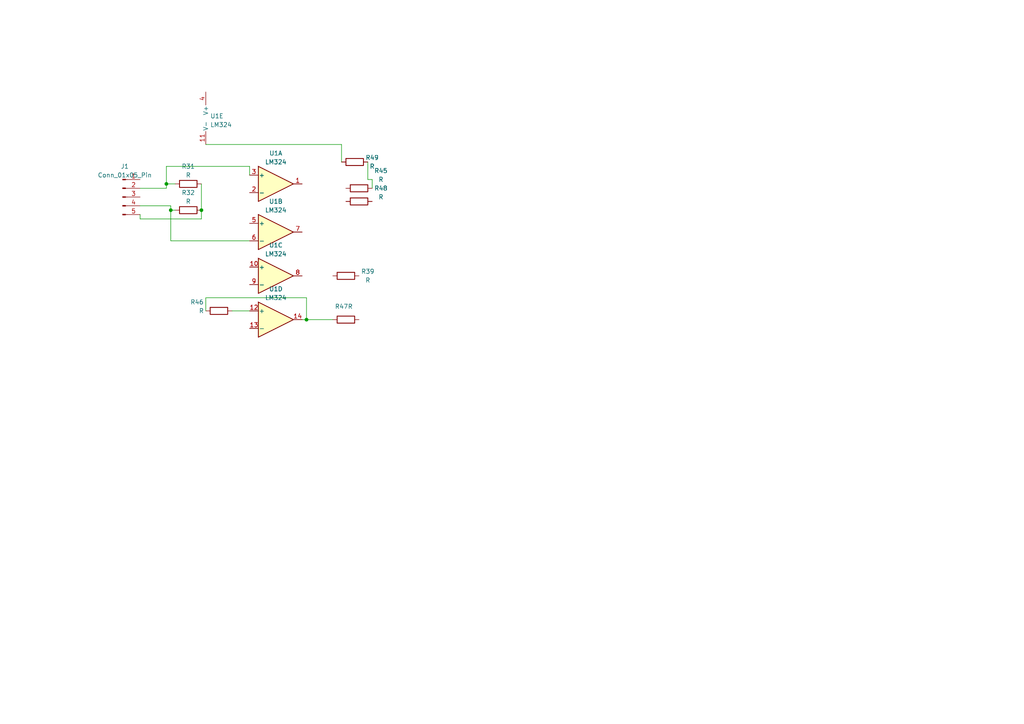
<source format=kicad_sch>
(kicad_sch (version 20230121) (generator eeschema)
  (paper "A4")
  (lib_symbols
    (symbol "Amplifier_Operational:LM324" (pin_names (offset 0.127))
      (property "Reference" "U" (at 0 5.08 0))
      (property "Value" "LM324" (at 0 -5.08 0))
      (symbol "LM324_1_1"
        (polyline (pts (xy -5.08 5.08) (xy 5.08 0) (xy -5.08 -5.08) (xy -5.08 5.08)) (stroke (width 0.254)) (fill (type background)))
        (pin output line (at 7.62 0 180) (length 2.54) (name "~") (number "1"))
        (pin input line (at -7.62 -2.54 0) (length 2.54) (name "-") (number "2"))
        (pin input line (at -7.62 2.54 0) (length 2.54) (name "+") (number "3"))
      )
      (symbol "LM324_2_1"
        (polyline (pts (xy -5.08 5.08) (xy 5.08 0) (xy -5.08 -5.08) (xy -5.08 5.08)) (stroke (width 0.254)) (fill (type background)))
        (pin input line (at -7.62 2.54 0) (length 2.54) (name "+") (number "5"))
        (pin input line (at -7.62 -2.54 0) (length 2.54) (name "-") (number "6"))
        (pin output line (at 7.62 0 180) (length 2.54) (name "~") (number "7"))
      )
      (symbol "LM324_3_1"
        (polyline (pts (xy -5.08 5.08) (xy 5.08 0) (xy -5.08 -5.08) (xy -5.08 5.08)) (stroke (width 0.254)) (fill (type background)))
        (pin input line (at -7.62 2.54 0) (length 2.54) (name "+") (number "10"))
        (pin output line (at 7.62 0 180) (length 2.54) (name "~") (number "8"))
        (pin input line (at -7.62 -2.54 0) (length 2.54) (name "-") (number "9"))
      )
      (symbol "LM324_4_1"
        (polyline (pts (xy -5.08 5.08) (xy 5.08 0) (xy -5.08 -5.08) (xy -5.08 5.08)) (stroke (width 0.254)) (fill (type background)))
        (pin input line (at -7.62 2.54 0) (length 2.54) (name "+") (number "12"))
        (pin input line (at -7.62 -2.54 0) (length 2.54) (name "-") (number "13"))
        (pin output line (at 7.62 0 180) (length 2.54) (name "~") (number "14"))
      )
      (symbol "LM324_5_1"
        (pin power_in line (at -2.54 -7.62 90) (length 3.81) (name "V-") (number "11"))
        (pin power_in line (at -2.54 7.62 270) (length 3.81) (name "V+") (number "4"))
      )
    )
    (symbol "Connector:Conn_01x05_Pin" (pin_names (offset 1.016) hide)
      (property "Reference" "J" (at 0 7.62 0))
      (property "Value" "Conn_01x05_Pin" (at 0 -7.62 0))
      (symbol "Conn_01x05_Pin_1_1"
        (polyline (pts (xy 1.27 -5.08) (xy 0.8636 -5.08)) (stroke (width 0.1524)))
        (polyline (pts (xy 1.27 -2.54) (xy 0.8636 -2.54)) (stroke (width 0.1524)))
        (polyline (pts (xy 1.27 0) (xy 0.8636 0)) (stroke (width 0.1524)))
        (polyline (pts (xy 1.27 2.54) (xy 0.8636 2.54)) (stroke (width 0.1524)))
        (polyline (pts (xy 1.27 5.08) (xy 0.8636 5.08)) (stroke (width 0.1524)))
        (rectangle (start 0.8636 -4.953) (end 0 -5.207) (stroke (width 0.1524)) (fill (type outline)))
        (rectangle (start 0.8636 -2.413) (end 0 -2.667) (stroke (width 0.1524)) (fill (type outline)))
        (rectangle (start 0.8636 0.127) (end 0 -0.127) (stroke (width 0.1524)) (fill (type outline)))
        (rectangle (start 0.8636 2.667) (end 0 2.413) (stroke (width 0.1524)) (fill (type outline)))
        (rectangle (start 0.8636 5.207) (end 0 4.953) (stroke (width 0.1524)) (fill (type outline)))
        (pin passive line (at 5.08 5.08 180) (length 3.81) (name "Pin_1") (number "1"))
        (pin passive line (at 5.08 2.54 180) (length 3.81) (name "Pin_2") (number "2"))
        (pin passive line (at 5.08 0 180) (length 3.81) (name "Pin_3") (number "3"))
        (pin passive line (at 5.08 -2.54 180) (length 3.81) (name "Pin_4") (number "4"))
        (pin passive line (at 5.08 -5.08 180) (length 3.81) (name "Pin_5") (number "5"))
      )
    )
    (symbol "Device:R" (pin_numbers hide) (pin_names (offset 0))
      (property "Reference" "R" (at 2.032 0 90))
      (property "Value" "R" (at 0 0 90))
      (symbol "R_0_1"
        (rectangle (start -1.016 -2.54) (end 1.016 2.54) (stroke (width 0.254)))
      )
      (symbol "R_1_1"
        (pin passive line (at 0 3.81 270) (length 1.27) (name "~") (number "1"))
        (pin passive line (at 0 -3.81 90) (length 1.27) (name "~") (number "2"))
      )
    )
  )
  (junction (at 48.26 53.34))
  (junction (at 58.42 60.96))
  (junction (at 49.53 60.96))
  (junction (at 88.9 92.71))
  (wire (pts (xy 59.69 41.91) (xy 99.06 41.91)))
  (wire (pts (xy 58.42 53.34) (xy 58.42 60.96)))
  (wire (pts (xy 48.26 53.34) (xy 50.8 53.34)))
  (wire (pts (xy 107.95 52.07) (xy 107.95 54.61)))
  (wire (pts (xy 40.64 54.61) (xy 48.26 54.61)))
  (wire (pts (xy 67.31 90.17) (xy 72.39 90.17)))
  (wire (pts (xy 48.26 53.34) (xy 48.26 48.26)))
  (wire (pts (xy 40.64 63.5) (xy 58.42 63.5)))
  (wire (pts (xy 49.53 59.69) (xy 49.53 60.96)))
  (wire (pts (xy 49.53 69.85) (xy 72.39 69.85)))
  (wire (pts (xy 48.26 54.61) (xy 48.26 53.34)))
  (wire (pts (xy 40.64 62.23) (xy 40.64 63.5)))
  (wire (pts (xy 48.26 48.26) (xy 72.39 48.26)))
  (wire (pts (xy 49.53 60.96) (xy 49.53 69.85)))
  (wire (pts (xy 49.53 60.96) (xy 50.8 60.96)))
  (wire (pts (xy 106.68 46.99) (xy 106.68 52.07)))
  (wire (pts (xy 106.68 52.07) (xy 107.95 52.07)))
  (wire (pts (xy 88.9 86.36) (xy 88.9 92.71)))
  (wire (pts (xy 72.39 48.26) (xy 72.39 50.8)))
  (wire (pts (xy 59.69 90.17) (xy 59.69 86.36)))
  (wire (pts (xy 59.69 86.36) (xy 88.9 86.36)))
  (wire (pts (xy 58.42 63.5) (xy 58.42 60.96)))
  (wire (pts (xy 99.06 41.91) (xy 99.06 46.99)))
  (wire (pts (xy 87.63 92.71) (xy 88.9 92.71)))
  (wire (pts (xy 88.9 92.71) (xy 96.52 92.71)))
  (wire (pts (xy 40.64 59.69) (xy 49.53 59.69)))
  (symbol (lib_id "Amplifier_Operational:LM324") (at 80.01 92.71 0) (unit 4)
    (property "Reference" "U1" (at 80.01 83.82 0))
    (property "Value" "LM324" (at 80.01 86.36 0))
    (property "Datasheet" "http://www.ti.com/lit/ds/symlink/lm2902-n.pdf" (effects hide))
  )
  (symbol (lib_id "Amplifier_Operational:LM324") (at 80.01 80.01 0) (unit 3)
    (property "Reference" "U1" (at 80.01 71.12 0))
    (property "Value" "LM324" (at 80.01 73.66 0))
    (property "Datasheet" "http://www.ti.com/lit/ds/symlink/lm2902-n.pdf" (effects hide))
  )
  (symbol (lib_id "Connector:Conn_01x05_Pin") (at 35.56 57.15 0) (unit 1)
    (property "Reference" "J1" (at 36.195 48.26 0))
    (property "Value" "Conn_01x05_Pin" (at 36.195 50.8 0))
  )
  (symbol (lib_id "Amplifier_Operational:LM324") (at 80.01 67.31 0) (unit 2)
    (property "Reference" "U1" (at 80.01 58.42 0))
    (property "Value" "LM324" (at 80.01 60.96 0))
    (property "Datasheet" "http://www.ti.com/lit/ds/symlink/lm2902-n.pdf" (effects hide))
  )
  (symbol (lib_id "Device:R") (at 54.61 60.96 270) (unit 1)
    (property "Reference" "R32" (at 54.61 55.88 90))
    (property "Value" "R" (at 54.61 58.42 90))
  )
  (symbol (lib_id "Device:R") (at 104.14 54.61 90) (unit 1)
    (property "Reference" "R45" (at 110.49 49.53 90))
    (property "Value" "R" (at 110.49 52.07 90))
  )
  (symbol (lib_id "Device:R") (at 102.87 46.99 90) (unit 1)
    (property "Reference" "R49" (at 107.95 45.72 90))
    (property "Value" "R" (at 107.95 48.26 90))
  )
  (symbol (lib_id "Amplifier_Operational:LM324") (at 80.01 53.34 0) (unit 1)
    (property "Reference" "U1" (at 80.01 44.45 0))
    (property "Value" "LM324" (at 80.01 46.99 0))
    (property "Datasheet" "http://www.ti.com/lit/ds/symlink/lm2902-n.pdf" (effects hide))
  )
  (symbol (lib_id "Device:R") (at 100.33 80.01 90) (unit 1)
    (property "Reference" "R39" (at 106.68 78.74 90))
    (property "Value" "R" (at 106.68 81.28 90))
  )
  (symbol (lib_id "Device:R") (at 104.14 58.42 90) (unit 1)
    (property "Reference" "R48" (at 110.49 54.61 90))
    (property "Value" "R" (at 110.49 57.15 90))
  )
  (symbol (lib_id "Device:R") (at 100.33 92.71 90) (unit 1)
    (property "Reference" "R47" (at 99.06 88.9 90))
    (property "Value" "R" (at 101.6 88.9 90))
  )
  (symbol (lib_id "Device:R") (at 63.5 90.17 90) (unit 1)
    (property "Reference" "R46" (at 57.15 87.63 90))
    (property "Value" "R" (at 58.42 90.17 90))
  )
  (symbol (lib_id "Device:R") (at 54.61 53.34 90) (unit 1)
    (property "Reference" "R31" (at 54.61 48.26 90))
    (property "Value" "R" (at 54.61 50.8 90))
  )
  (symbol (lib_id "Amplifier_Operational:LM324") (at 62.23 34.29 0) (unit 5)
    (property "Reference" "U1" (at 60.96 33.655 0) (effects (justify left)))
    (property "Value" "LM324" (at 60.96 36.195 0) (effects (justify left)))
    (property "Datasheet" "http://www.ti.com/lit/ds/symlink/lm2902-n.pdf" (effects hide))
  )
)
</source>
